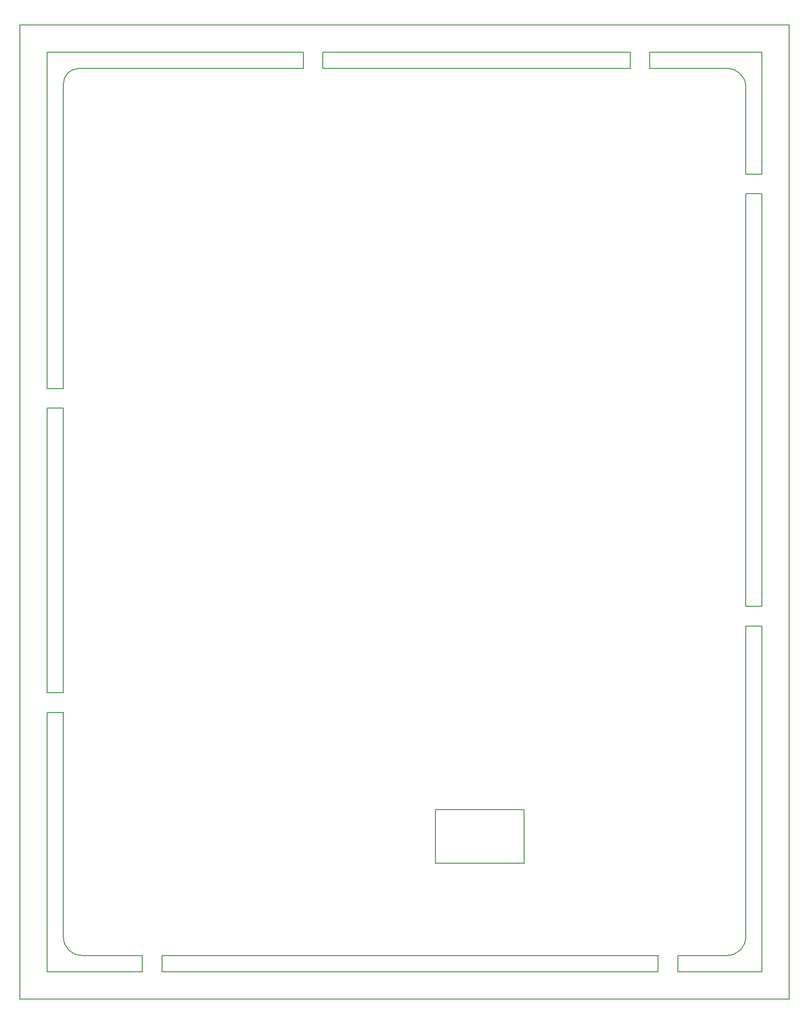
<source format=gm1>
G04 #@! TF.FileFunction,Profile,NP*
%FSLAX46Y46*%
G04 Gerber Fmt 4.6, Leading zero omitted, Abs format (unit mm)*
G04 Created by KiCad (PCBNEW 4.0.7) date Fri May 21 10:28:59 2021*
%MOMM*%
%LPD*%
G01*
G04 APERTURE LIST*
%ADD10C,0.150000*%
%ADD11C,0.200000*%
G04 APERTURE END LIST*
D10*
X148050000Y-186403980D02*
X164333780Y-186403980D01*
D11*
X212950480Y-42586780D02*
X71853480Y-42586780D01*
X212950480Y-221097980D02*
X212950480Y-42586780D01*
X71853480Y-221097980D02*
X212950480Y-221097980D01*
X71853480Y-42599480D02*
X71853480Y-221097980D01*
X71866180Y-42599480D02*
X71853480Y-42599480D01*
X76844580Y-47590580D02*
X76844580Y-109236380D01*
X123809180Y-47590580D02*
X76844580Y-47590580D01*
X76844580Y-164963980D02*
X76844580Y-112843180D01*
X76844580Y-216094180D02*
X94294380Y-216094180D01*
X76844580Y-168570780D02*
X76844580Y-216094180D01*
X188909380Y-216094180D02*
X97926580Y-216094180D01*
X207959380Y-216094180D02*
X207959380Y-152746580D01*
X192541580Y-216094180D02*
X207959380Y-216094180D01*
X207959380Y-73549380D02*
X207959380Y-149139780D01*
X207959380Y-47590580D02*
X207959380Y-69942580D01*
X187359980Y-47590580D02*
X207959380Y-47590580D01*
X127441380Y-47590580D02*
X183753180Y-47590580D01*
X79867180Y-168570780D02*
X76844580Y-168570780D01*
X79790980Y-164963980D02*
X76844580Y-164963980D01*
X79841780Y-112843180D02*
X76844580Y-112843180D01*
X79841780Y-109236380D02*
X76844580Y-109236380D01*
X127441380Y-50587780D02*
X127441380Y-47590580D01*
X123809180Y-50587780D02*
X123809180Y-47590580D01*
X183753180Y-50536980D02*
X183753180Y-47590580D01*
X187359980Y-50562380D02*
X187359980Y-47590580D01*
X204962180Y-69942580D02*
X207959380Y-69942580D01*
X204962180Y-73549380D02*
X207959380Y-73549380D01*
X204962180Y-149139780D02*
X207959380Y-149139780D01*
X204962180Y-152746580D02*
X207959380Y-152746580D01*
X192541580Y-213096980D02*
X192541580Y-216094180D01*
X188909380Y-213071580D02*
X188909380Y-216094180D01*
X97926580Y-213071580D02*
X97926580Y-216094180D01*
X94294380Y-213071580D02*
X94294380Y-216094180D01*
X83194580Y-213096980D02*
X94319780Y-213096980D01*
X188934780Y-213096980D02*
X97901180Y-213096980D01*
X201634780Y-213096980D02*
X192516180Y-213096980D01*
X204962180Y-152771980D02*
X204962180Y-209744180D01*
X204962180Y-73549380D02*
X204962180Y-149139780D01*
X204962180Y-69942580D02*
X204987580Y-69942580D01*
X204962180Y-53940580D02*
X204962180Y-69942580D01*
X187359980Y-50587780D02*
X201609380Y-50587780D01*
X183753180Y-50587780D02*
X183753180Y-50562380D01*
X127441380Y-50587780D02*
X183753180Y-50587780D01*
X123834580Y-50587780D02*
X123834580Y-50562380D01*
X82661180Y-50587780D02*
X123834580Y-50587780D01*
X79841780Y-109236380D02*
X79841780Y-53356380D01*
X79841780Y-164963980D02*
X79841780Y-112843180D01*
X79841780Y-209718780D02*
X79841780Y-168519980D01*
X79841780Y-209744180D02*
G75*
G03X83194580Y-213096980I3352800J0D01*
G01*
X82635780Y-50587780D02*
G75*
G03X79841780Y-53381780I0J-2794000D01*
G01*
D10*
X79841780Y-53381780D02*
X79841780Y-53356380D01*
D11*
X201609380Y-213096980D02*
G75*
G03X204962180Y-209744180I0J3352800D01*
G01*
X204962180Y-53940580D02*
G75*
G03X201609380Y-50587780I-3352800J0D01*
G01*
D10*
X148050000Y-196223980D02*
X148050000Y-186413980D01*
X164333780Y-196223980D02*
X148050000Y-196223980D01*
X164333780Y-186403980D02*
X164333780Y-196223980D01*
M02*

</source>
